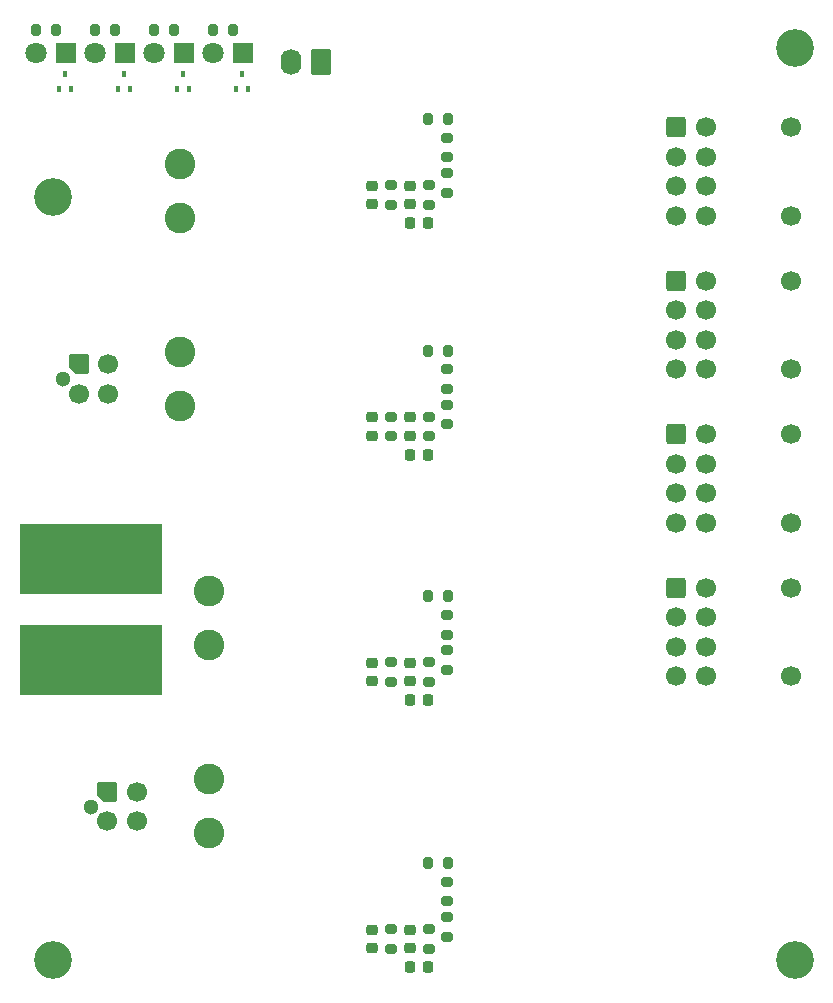
<source format=gbr>
%TF.GenerationSoftware,KiCad,Pcbnew,9.0.1-unknown-202503302321~efea324ee4~ubuntu22.04.1*%
%TF.CreationDate,2025-03-31T19:49:48+02:00*%
%TF.ProjectId,PowkiBoard,506f776b-6942-46f6-9172-642e6b696361,rev?*%
%TF.SameCoordinates,Original*%
%TF.FileFunction,Soldermask,Bot*%
%TF.FilePolarity,Negative*%
%FSLAX46Y46*%
G04 Gerber Fmt 4.6, Leading zero omitted, Abs format (unit mm)*
G04 Created by KiCad (PCBNEW 9.0.1-unknown-202503302321~efea324ee4~ubuntu22.04.1) date 2025-03-31 19:49:48*
%MOMM*%
%LPD*%
G01*
G04 APERTURE LIST*
G04 Aperture macros list*
%AMRoundRect*
0 Rectangle with rounded corners*
0 $1 Rounding radius*
0 $2 $3 $4 $5 $6 $7 $8 $9 X,Y pos of 4 corners*
0 Add a 4 corners polygon primitive as box body*
4,1,4,$2,$3,$4,$5,$6,$7,$8,$9,$2,$3,0*
0 Add four circle primitives for the rounded corners*
1,1,$1+$1,$2,$3*
1,1,$1+$1,$4,$5*
1,1,$1+$1,$6,$7*
1,1,$1+$1,$8,$9*
0 Add four rect primitives between the rounded corners*
20,1,$1+$1,$2,$3,$4,$5,0*
20,1,$1+$1,$4,$5,$6,$7,0*
20,1,$1+$1,$6,$7,$8,$9,0*
20,1,$1+$1,$8,$9,$2,$3,0*%
%AMFreePoly0*
4,1,22,0.695671,0.830970,0.776777,0.776777,0.830970,0.695671,0.850000,0.600000,0.850000,-0.600000,0.830970,-0.695671,0.776777,-0.776777,0.695671,-0.830970,0.600000,-0.850000,-0.200000,-0.850000,-0.295671,-0.830970,-0.376777,-0.776777,-0.776777,-0.376777,-0.830970,-0.295671,-0.850000,-0.200000,-0.850000,0.600000,-0.830970,0.695671,-0.776777,0.776777,-0.695671,0.830970,-0.600000,0.850000,
0.600000,0.850000,0.695671,0.830970,0.695671,0.830970,$1*%
G04 Aperture macros list end*
%ADD10C,1.700000*%
%ADD11RoundRect,0.250000X-0.600000X-0.600000X0.600000X-0.600000X0.600000X0.600000X-0.600000X0.600000X0*%
%ADD12R,1.800000X1.800000*%
%ADD13C,1.800000*%
%ADD14R,12.000000X6.000000*%
%ADD15C,2.600000*%
%ADD16C,1.300000*%
%ADD17FreePoly0,0.000000*%
%ADD18C,3.200000*%
%ADD19RoundRect,0.250000X0.620000X0.845000X-0.620000X0.845000X-0.620000X-0.845000X0.620000X-0.845000X0*%
%ADD20O,1.740000X2.190000*%
%ADD21RoundRect,0.200000X0.200000X0.275000X-0.200000X0.275000X-0.200000X-0.275000X0.200000X-0.275000X0*%
%ADD22RoundRect,0.200000X-0.275000X0.200000X-0.275000X-0.200000X0.275000X-0.200000X0.275000X0.200000X0*%
%ADD23RoundRect,0.225000X-0.250000X0.225000X-0.250000X-0.225000X0.250000X-0.225000X0.250000X0.225000X0*%
%ADD24RoundRect,0.200000X0.275000X-0.200000X0.275000X0.200000X-0.275000X0.200000X-0.275000X-0.200000X0*%
%ADD25RoundRect,0.225000X-0.225000X-0.250000X0.225000X-0.250000X0.225000X0.250000X-0.225000X0.250000X0*%
%ADD26RoundRect,0.100000X-0.100000X0.155000X-0.100000X-0.155000X0.100000X-0.155000X0.100000X0.155000X0*%
%ADD27RoundRect,0.225000X0.250000X-0.225000X0.250000X0.225000X-0.250000X0.225000X-0.250000X-0.225000X0*%
G04 APERTURE END LIST*
D10*
%TO.C,J5*%
X89265000Y-67070000D03*
X89265000Y-74570000D03*
D11*
X79585000Y-67070000D03*
D10*
X79585000Y-69570000D03*
X79585000Y-72070000D03*
X79585000Y-74570000D03*
X82085000Y-67070000D03*
X82085000Y-69570000D03*
X82085000Y-72070000D03*
X82085000Y-74570000D03*
%TD*%
D12*
%TO.C,D6*%
X42870000Y-47800000D03*
D13*
X40330000Y-47800000D03*
%TD*%
D12*
%TO.C,D5*%
X37870000Y-47800000D03*
D13*
X35330000Y-47800000D03*
%TD*%
D14*
%TO.C,J3*%
X30000000Y-90600000D03*
%TD*%
D15*
%TO.C,U6*%
X37600000Y-77700000D03*
X37600000Y-73100000D03*
X37600000Y-61800000D03*
X37600000Y-57200000D03*
%TD*%
D16*
%TO.C,J8*%
X27640000Y-75400000D03*
D17*
X28980000Y-74150000D03*
D10*
X28980000Y-76650000D03*
X31480000Y-74150000D03*
X31480000Y-76650000D03*
%TD*%
D18*
%TO.C,H4*%
X89600000Y-124600000D03*
%TD*%
%TO.C,H2*%
X26800000Y-60000000D03*
%TD*%
D10*
%TO.C,J4*%
X89265000Y-54080000D03*
X89265000Y-61580000D03*
D11*
X79585000Y-54080000D03*
D10*
X79585000Y-56580000D03*
X79585000Y-59080000D03*
X79585000Y-61580000D03*
X82085000Y-54080000D03*
X82085000Y-56580000D03*
X82085000Y-59080000D03*
X82085000Y-61580000D03*
%TD*%
D12*
%TO.C,D8*%
X32870000Y-47800000D03*
D13*
X30330000Y-47800000D03*
%TD*%
D15*
%TO.C,U5*%
X40000000Y-113850000D03*
X40000000Y-109250000D03*
X40000000Y-97950000D03*
X40000000Y-93350000D03*
%TD*%
D12*
%TO.C,D7*%
X27870000Y-47800000D03*
D13*
X25330000Y-47800000D03*
%TD*%
D16*
%TO.C,J1*%
X30040000Y-111600000D03*
D17*
X31380000Y-110350000D03*
D10*
X31380000Y-112850000D03*
X33880000Y-110350000D03*
X33880000Y-112850000D03*
%TD*%
D18*
%TO.C,H3*%
X26800000Y-124600000D03*
%TD*%
D19*
%TO.C,J9*%
X49470000Y-48580000D03*
D20*
X46930000Y-48580000D03*
%TD*%
D10*
%TO.C,J6*%
X89265000Y-80060000D03*
X89265000Y-87560000D03*
D11*
X79585000Y-80060000D03*
D10*
X79585000Y-82560000D03*
X79585000Y-85060000D03*
X79585000Y-87560000D03*
X82085000Y-80060000D03*
X82085000Y-82560000D03*
X82085000Y-85060000D03*
X82085000Y-87560000D03*
%TD*%
D14*
%TO.C,J2*%
X30000000Y-99200000D03*
%TD*%
D10*
%TO.C,J7*%
X89265000Y-93050000D03*
X89265000Y-100550000D03*
D11*
X79585000Y-93050000D03*
D10*
X79585000Y-95550000D03*
X79585000Y-98050000D03*
X79585000Y-100550000D03*
X82085000Y-93050000D03*
X82085000Y-95550000D03*
X82085000Y-98050000D03*
X82085000Y-100550000D03*
%TD*%
D18*
%TO.C,H1*%
X89600000Y-47400000D03*
%TD*%
D21*
%TO.C,R7*%
X60225000Y-93800000D03*
X58575000Y-93800000D03*
%TD*%
D22*
%TO.C,R18*%
X55400000Y-58975000D03*
X55400000Y-60625000D03*
%TD*%
D23*
%TO.C,C30*%
X53800000Y-122025000D03*
X53800000Y-123575000D03*
%TD*%
D24*
%TO.C,R10*%
X58600000Y-101025000D03*
X58600000Y-99375000D03*
%TD*%
D23*
%TO.C,C43*%
X53800000Y-59025000D03*
X53800000Y-60575000D03*
%TD*%
D22*
%TO.C,R5*%
X60200000Y-117975000D03*
X60200000Y-119625000D03*
%TD*%
D25*
%TO.C,C35*%
X57025000Y-125200000D03*
X58575000Y-125200000D03*
%TD*%
D21*
%TO.C,R22*%
X42025000Y-45800000D03*
X40375000Y-45800000D03*
%TD*%
D25*
%TO.C,C41*%
X57025000Y-62200000D03*
X58575000Y-62200000D03*
%TD*%
%TO.C,C33*%
X57025000Y-81800000D03*
X58575000Y-81800000D03*
%TD*%
D22*
%TO.C,R15*%
X55400000Y-121975000D03*
X55400000Y-123625000D03*
%TD*%
%TO.C,R6*%
X60200000Y-120975000D03*
X60200000Y-122625000D03*
%TD*%
D24*
%TO.C,R17*%
X58600000Y-60625000D03*
X58600000Y-58975000D03*
%TD*%
D26*
%TO.C,Q4*%
X28300000Y-50845000D03*
X27300000Y-50845000D03*
X27800000Y-49555000D03*
%TD*%
D22*
%TO.C,R20*%
X60200000Y-57975000D03*
X60200000Y-59625000D03*
%TD*%
D26*
%TO.C,Q5*%
X33300000Y-50845000D03*
X32300000Y-50845000D03*
X32800000Y-49555000D03*
%TD*%
D21*
%TO.C,R24*%
X32025000Y-45800000D03*
X30375000Y-45800000D03*
%TD*%
D22*
%TO.C,R19*%
X60200000Y-54975000D03*
X60200000Y-56625000D03*
%TD*%
D21*
%TO.C,R9*%
X60225000Y-73000000D03*
X58575000Y-73000000D03*
%TD*%
D27*
%TO.C,C32*%
X57000000Y-100975000D03*
X57000000Y-99425000D03*
%TD*%
D22*
%TO.C,R2*%
X60200000Y-98375000D03*
X60200000Y-100025000D03*
%TD*%
D23*
%TO.C,C28*%
X53800000Y-99425000D03*
X53800000Y-100975000D03*
%TD*%
D25*
%TO.C,C31*%
X57025000Y-102600000D03*
X58575000Y-102600000D03*
%TD*%
D21*
%TO.C,R21*%
X37025000Y-45800000D03*
X35375000Y-45800000D03*
%TD*%
D22*
%TO.C,R1*%
X60200000Y-95375000D03*
X60200000Y-97025000D03*
%TD*%
%TO.C,R11*%
X55400000Y-99375000D03*
X55400000Y-101025000D03*
%TD*%
D27*
%TO.C,C36*%
X57000000Y-123575000D03*
X57000000Y-122025000D03*
%TD*%
D22*
%TO.C,R3*%
X60200000Y-74575000D03*
X60200000Y-76225000D03*
%TD*%
D24*
%TO.C,R14*%
X58600000Y-123625000D03*
X58600000Y-121975000D03*
%TD*%
%TO.C,R12*%
X58600000Y-80225000D03*
X58600000Y-78575000D03*
%TD*%
D21*
%TO.C,R16*%
X60225000Y-53400000D03*
X58575000Y-53400000D03*
%TD*%
D27*
%TO.C,C34*%
X57000000Y-80175000D03*
X57000000Y-78625000D03*
%TD*%
D22*
%TO.C,R4*%
X60200000Y-77575000D03*
X60200000Y-79225000D03*
%TD*%
D26*
%TO.C,Q3*%
X43300000Y-50845000D03*
X42300000Y-50845000D03*
X42800000Y-49555000D03*
%TD*%
%TO.C,Q2*%
X38300000Y-50845000D03*
X37300000Y-50845000D03*
X37800000Y-49555000D03*
%TD*%
D22*
%TO.C,R13*%
X55400000Y-78575000D03*
X55400000Y-80225000D03*
%TD*%
D21*
%TO.C,R23*%
X27025000Y-45800000D03*
X25375000Y-45800000D03*
%TD*%
%TO.C,R8*%
X60225000Y-116400000D03*
X58575000Y-116400000D03*
%TD*%
D23*
%TO.C,C29*%
X53800000Y-78625000D03*
X53800000Y-80175000D03*
%TD*%
D27*
%TO.C,C42*%
X57000000Y-60575000D03*
X57000000Y-59025000D03*
%TD*%
M02*

</source>
